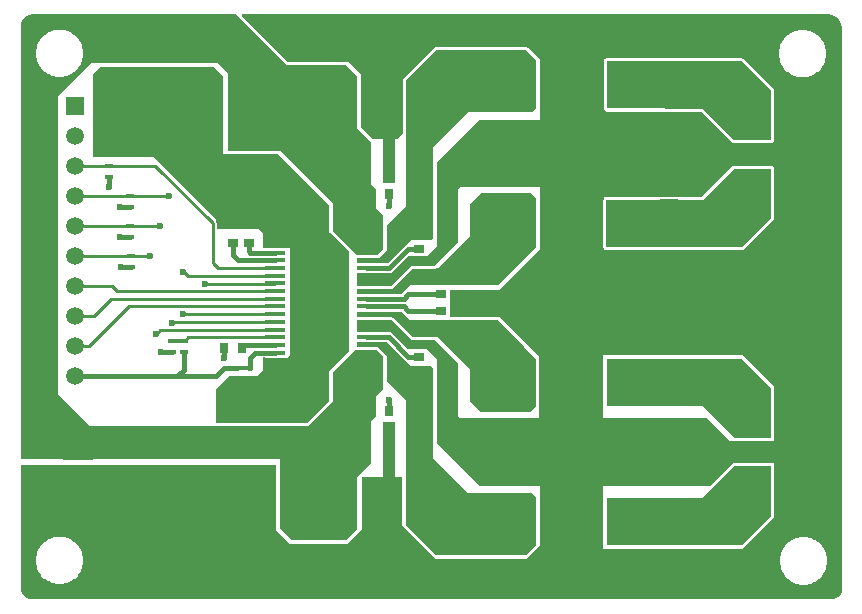
<source format=gtl>
G04*
G04 #@! TF.GenerationSoftware,Altium Limited,Altium Designer,24.10.1 (45)*
G04*
G04 Layer_Physical_Order=1*
G04 Layer_Color=255*
%FSLAX44Y44*%
%MOMM*%
G71*
G04*
G04 #@! TF.SameCoordinates,D9CC4E6A-2C68-4F5F-81DB-F534FF38BD19*
G04*
G04*
G04 #@! TF.FilePolarity,Positive*
G04*
G01*
G75*
%ADD14C,0.2540*%
%ADD15R,6.5000X2.3000*%
%ADD16R,0.7620X0.8890*%
%ADD17R,1.0160X1.5240*%
%ADD18R,3.5000X4.0000*%
%ADD19R,0.6350X0.4572*%
%ADD20R,0.8890X0.7620*%
%ADD21R,4.1100X4.3600*%
%ADD22R,1.6750X0.4500*%
%ADD23R,1.5240X1.0160*%
%ADD38C,0.6000*%
%ADD39C,0.3810*%
%ADD40C,0.4318*%
%ADD41R,1.7272X0.4445*%
%ADD42R,1.6510X0.4572*%
%ADD43R,1.6750X0.4500*%
%ADD44C,1.5000*%
%ADD45R,1.5000X1.5000*%
%ADD46R,2.5000X2.5000*%
%ADD47C,2.5000*%
G36*
X188161Y494085D02*
X226822Y455424D01*
X227581Y454666D01*
X277876D01*
X287206Y445335D01*
Y401139D01*
X298958Y389388D01*
Y353652D01*
X302827Y349783D01*
Y333726D01*
X302804D01*
X308980Y327550D01*
Y298574D01*
X304505Y294100D01*
X287490D01*
X287240Y294050D01*
X286985Y294050D01*
X286792Y294012D01*
X266446Y314358D01*
Y333726D01*
Y337572D01*
X222206Y381811D01*
X177756D01*
Y447592D01*
X168993Y456355D01*
X61893D01*
X33632Y428094D01*
Y175718D01*
X60735Y148844D01*
X245872D01*
X266446Y169418D01*
Y173264D01*
Y194910D01*
X285046Y213510D01*
X303885D01*
X308980Y208415D01*
Y179440D01*
X302804Y173264D01*
X302827D01*
Y157207D01*
X298958Y153338D01*
Y117602D01*
X287206Y105850D01*
Y61654D01*
X277876Y52324D01*
X232410D01*
X222206Y62528D01*
Y120850D01*
X38808D01*
Y120904D01*
X2286D01*
Y486918D01*
Y487969D01*
X2696Y490030D01*
X3500Y491971D01*
X4668Y493718D01*
X6154Y495204D01*
X7901Y496372D01*
X9842Y497176D01*
X11903Y497586D01*
X184660D01*
X188161Y494085D01*
D02*
G37*
G36*
X438882Y458638D02*
Y418344D01*
X435102Y414564D01*
X381000D01*
X351282Y384846D01*
Y308395D01*
X349823Y306936D01*
X332927Y306936D01*
X320040Y294049D01*
X313001Y287010D01*
X287235Y287010D01*
Y291450D01*
X287254Y291463D01*
X287490Y291510D01*
X306242D01*
X312674Y297942D01*
Y319568D01*
X328720Y335614D01*
Y441532D01*
X354330Y467142D01*
X430378D01*
X438882Y458638D01*
D02*
G37*
G36*
Y341152D02*
Y300802D01*
X428910Y290830D01*
X406205Y268125D01*
X332101D01*
X324986Y261010D01*
X287235D01*
Y264920D01*
X316174D01*
X317166Y265117D01*
X318006Y265679D01*
X334323Y281996D01*
X352484D01*
X353475Y282193D01*
X354315Y282754D01*
X354321Y282760D01*
X355391D01*
X382778Y310147D01*
Y336804D01*
X391958Y345984D01*
X434050D01*
X438882Y341152D01*
D02*
G37*
G36*
X173990Y445516D02*
Y378968D01*
X220472D01*
X263856Y335584D01*
Y333726D01*
Y314358D01*
Y313366D01*
X264452Y312770D01*
X264615Y312526D01*
X280162Y296979D01*
Y212288D01*
X264615Y196741D01*
X263856Y195983D01*
Y194910D01*
Y173264D01*
Y170491D01*
X244799Y151434D01*
X167765D01*
X167765Y180466D01*
X178562Y191262D01*
X202692Y191262D01*
X207697Y196267D01*
Y207232D01*
X209253D01*
X209475Y207010D01*
X227781D01*
X230124Y209353D01*
Y299788D01*
X207697D01*
Y311654D01*
X203887Y315464D01*
X169350Y315464D01*
X168208Y316606D01*
Y320548D01*
X167971Y321737D01*
X167971Y321737D01*
Y324479D01*
X115634Y376816D01*
X63500D01*
Y446682D01*
X70208Y453390D01*
X166116D01*
X173990Y445516D01*
D02*
G37*
G36*
X332181Y238815D02*
X406285D01*
X428910Y216190D01*
X438882Y206218D01*
Y165868D01*
X434050Y161036D01*
X391958D01*
X382778Y170216D01*
Y196873D01*
X355391Y224260D01*
X334698D01*
X334463Y224307D01*
X334263Y224440D01*
X317952Y240751D01*
X317193Y241510D01*
X287235D01*
Y245420D01*
X303985D01*
X304976Y245617D01*
X305564Y246010D01*
X324986D01*
X332181Y238815D01*
D02*
G37*
G36*
X689202Y497179D02*
X691407Y496265D01*
X693391Y494939D01*
X695079Y493252D01*
X696405Y491268D01*
X697318Y489063D01*
X697784Y486722D01*
Y485529D01*
Y11627D01*
X697783Y11626D01*
X697783Y10706D01*
X697424Y8902D01*
X696720Y7202D01*
X695698Y5672D01*
X694397Y4371D01*
X692867Y3349D01*
X691167Y2645D01*
X689363Y2286D01*
X12132D01*
X10022Y2706D01*
X8034Y3529D01*
X6246Y4724D01*
X4724Y6246D01*
X3529Y8034D01*
X2706Y10022D01*
X2286Y12132D01*
Y13208D01*
Y116332D01*
X218694D01*
Y60960D01*
X230378Y49276D01*
X279146Y49276D01*
X291592Y61722D01*
Y105850D01*
X309118D01*
Y152146D01*
X319278D01*
Y117602D01*
Y105850D01*
X325120D01*
Y65742D01*
X324866Y65488D01*
X353822Y36532D01*
Y36322D01*
X430530D01*
X441706Y47498D01*
Y98552D01*
X390688D01*
X354732Y134508D01*
Y205899D01*
X346352Y214279D01*
X330334D01*
X316103Y228510D01*
X287235D01*
Y238920D01*
X316121D01*
X332612Y222429D01*
X333452Y221867D01*
X334443Y221670D01*
X353249D01*
X372364Y202555D01*
Y157770D01*
X374686Y155448D01*
X440944D01*
Y164382D01*
X441275Y164877D01*
X441472Y165868D01*
Y206218D01*
X441275Y207209D01*
X440944Y207704D01*
Y208280D01*
X407780Y241444D01*
X365760D01*
Y264414D01*
X407670D01*
X442468Y299212D01*
Y351572D01*
X374686D01*
X372364Y349250D01*
Y304465D01*
X352484Y284585D01*
X333250D01*
X316174Y267510D01*
X287235D01*
Y278510D01*
X316103D01*
X330334Y292741D01*
X346352D01*
X354732Y301121D01*
Y372512D01*
X390688Y408468D01*
X442468D01*
Y459232D01*
X432562Y469138D01*
X431963D01*
X431369Y469535D01*
X430378Y469732D01*
X354330D01*
X353339Y469535D01*
X352499Y468973D01*
X326889Y443363D01*
X326327Y442523D01*
X326130Y441532D01*
Y396742D01*
X321564Y392176D01*
X319280D01*
Y389183D01*
Y354639D01*
X309120D01*
Y392176D01*
X300783D01*
X290595Y402364D01*
Y446512D01*
X280162Y456946D01*
X279035D01*
X278867Y457058D01*
X277876Y457255D01*
X228653D01*
X189992Y495917D01*
Y497644D01*
X686861D01*
X689202Y497179D01*
D02*
G37*
G36*
X332713Y200108D02*
X349294D01*
X351282Y198120D01*
Y122174D01*
X381000Y92456D01*
X435102D01*
X438882Y88676D01*
Y48382D01*
X430378Y39878D01*
X354330D01*
X328720Y65488D01*
Y171406D01*
X312674Y187452D01*
Y208355D01*
X310868Y210161D01*
X310811Y210246D01*
X305716Y215341D01*
X305631Y215398D01*
X305519Y215510D01*
X305464D01*
X304876Y215903D01*
X303885Y216100D01*
X287235D01*
Y220010D01*
X312811D01*
X332713Y200108D01*
D02*
G37*
%LPC*%
G36*
X37079Y484734D02*
X33632D01*
X33382Y484685D01*
X33126D01*
X29746Y484012D01*
X29510Y483914D01*
X29260Y483865D01*
X26075Y482546D01*
X25863Y482404D01*
X25627Y482306D01*
X22761Y480391D01*
X22581Y480211D01*
X22369Y480069D01*
X19931Y477631D01*
X19789Y477419D01*
X19609Y477239D01*
X17694Y474373D01*
X17596Y474137D01*
X17454Y473925D01*
X16135Y470740D01*
X16085Y470490D01*
X15988Y470254D01*
X15315Y466874D01*
Y466618D01*
X15266Y466368D01*
Y464645D01*
Y462921D01*
X15315Y462671D01*
Y462416D01*
X15988Y459035D01*
X16085Y458799D01*
X16135Y458549D01*
X17454Y455364D01*
X17596Y455152D01*
X17694Y454916D01*
X19609Y452050D01*
X19789Y451870D01*
X19931Y451658D01*
X22369Y449220D01*
X22581Y449079D01*
X22761Y448898D01*
X25627Y446983D01*
X25863Y446885D01*
X26075Y446744D01*
X29260Y445424D01*
X29510Y445375D01*
X29746Y445277D01*
X33126Y444605D01*
X33382D01*
X33632Y444555D01*
X37079D01*
X37329Y444605D01*
X37584D01*
X40965Y445277D01*
X41201Y445375D01*
X41451Y445424D01*
X44636Y446744D01*
X44848Y446885D01*
X45083Y446983D01*
X47950Y448898D01*
X48130Y449079D01*
X48342Y449220D01*
X50780Y451658D01*
X50921Y451870D01*
X51102Y452050D01*
X53017Y454916D01*
X53115Y455152D01*
X53256Y455364D01*
X54576Y458549D01*
X54625Y458799D01*
X54723Y459035D01*
X55395Y462416D01*
Y462671D01*
X55445Y462921D01*
Y464645D01*
Y466368D01*
X55395Y466618D01*
Y466874D01*
X54723Y470254D01*
X54625Y470490D01*
X54576Y470740D01*
X53256Y473925D01*
X53115Y474137D01*
X53017Y474373D01*
X51102Y477239D01*
X50921Y477419D01*
X50780Y477631D01*
X48342Y480069D01*
X48130Y480211D01*
X47950Y480391D01*
X45083Y482306D01*
X44848Y482404D01*
X44636Y482546D01*
X41451Y483865D01*
X41201Y483914D01*
X40965Y484012D01*
X37584Y484685D01*
X37329D01*
X37079Y484734D01*
D02*
G37*
G36*
X666094Y484436D02*
X662647D01*
X662397Y484387D01*
X662142D01*
X658761Y483714D01*
X658525Y483617D01*
X658275Y483567D01*
X655090Y482248D01*
X654878Y482106D01*
X654642Y482008D01*
X651776Y480093D01*
X651596Y479913D01*
X651384Y479771D01*
X648946Y477334D01*
X648804Y477122D01*
X648624Y476941D01*
X646709Y474075D01*
X646611Y473839D01*
X646469Y473627D01*
X645150Y470442D01*
X645101Y470192D01*
X645003Y469957D01*
X644331Y466576D01*
Y466320D01*
X644281Y466070D01*
Y464347D01*
Y462623D01*
X644331Y462373D01*
Y462118D01*
X645003Y458737D01*
X645101Y458501D01*
X645150Y458251D01*
X646469Y455066D01*
X646611Y454854D01*
X646709Y454619D01*
X648624Y451752D01*
X648804Y451572D01*
X648946Y451360D01*
X651384Y448922D01*
X651596Y448781D01*
X651776Y448600D01*
X654642Y446685D01*
X654878Y446587D01*
X655090Y446446D01*
X658275Y445127D01*
X658525Y445077D01*
X658761Y444979D01*
X662142Y444307D01*
X662397D01*
X662647Y444257D01*
X666094D01*
X666344Y444307D01*
X666599D01*
X669980Y444979D01*
X670216Y445077D01*
X670466Y445127D01*
X673651Y446446D01*
X673863Y446587D01*
X674099Y446685D01*
X676965Y448600D01*
X677145Y448781D01*
X677357Y448922D01*
X679795Y451360D01*
X679937Y451572D01*
X680117Y451752D01*
X682032Y454619D01*
X682130Y454854D01*
X682271Y455066D01*
X683591Y458251D01*
X683640Y458501D01*
X683738Y458737D01*
X684410Y462118D01*
Y462373D01*
X684460Y462623D01*
Y464347D01*
Y466070D01*
X684410Y466320D01*
Y466576D01*
X683738Y469957D01*
X683640Y470192D01*
X683591Y470442D01*
X682271Y473627D01*
X682130Y473839D01*
X682032Y474075D01*
X680117Y476941D01*
X679937Y477122D01*
X679795Y477334D01*
X677357Y479771D01*
X677145Y479913D01*
X676965Y480093D01*
X674099Y482008D01*
X673863Y482106D01*
X673651Y482248D01*
X670466Y483567D01*
X670216Y483617D01*
X669980Y483714D01*
X666599Y484387D01*
X666344D01*
X666094Y484436D01*
D02*
G37*
G36*
X612444Y460812D02*
X499136D01*
X498145Y460615D01*
X497305Y460053D01*
X497269Y460000D01*
X496594D01*
Y458462D01*
X496546Y458222D01*
Y417896D01*
X496594Y417655D01*
Y416444D01*
X497051D01*
X497305Y416065D01*
X498145Y415503D01*
X499136Y415306D01*
X548054D01*
X548386Y415240D01*
X579063D01*
X604721Y389583D01*
X605561Y389021D01*
X606552Y388824D01*
X637540D01*
X638531Y389021D01*
X639371Y389583D01*
X639933Y390423D01*
X640130Y391414D01*
Y433126D01*
X639933Y434118D01*
X639371Y434958D01*
X614276Y460053D01*
X613436Y460615D01*
X612444Y460812D01*
D02*
G37*
G36*
X637540Y369620D02*
X606552D01*
X605561Y369423D01*
X604721Y368861D01*
X579063Y343204D01*
X548386D01*
X548054Y343138D01*
X498372D01*
X497381Y342941D01*
X496841Y342580D01*
X496594D01*
Y342415D01*
X496541Y342379D01*
X495979Y341539D01*
X495782Y340548D01*
Y300548D01*
X495979Y299557D01*
X496541Y298717D01*
X497381Y298155D01*
X498372Y297958D01*
X612771D01*
X613761Y298155D01*
X614602Y298717D01*
X639371Y323486D01*
X639933Y324327D01*
X640130Y325317D01*
Y367030D01*
X639933Y368021D01*
X639371Y368861D01*
X638531Y369423D01*
X637540Y369620D01*
D02*
G37*
G36*
X613664Y209042D02*
X495554D01*
X495554Y155448D01*
X582676D01*
X583438Y156210D01*
X602996Y136652D01*
X606302D01*
X606552Y136602D01*
X637540D01*
X637790Y136652D01*
X640080D01*
Y138942D01*
X640130Y139192D01*
Y180905D01*
X640080Y181155D01*
Y182626D01*
X613664Y209042D01*
D02*
G37*
G36*
X640080Y117602D02*
X605790D01*
X605042Y116854D01*
X604721Y116639D01*
X586633Y98552D01*
X495554D01*
X495554Y44704D01*
X612862D01*
X640080Y71922D01*
Y72845D01*
X640130Y73095D01*
Y114808D01*
X640080Y115058D01*
Y117602D01*
D02*
G37*
G36*
X37080Y55446D02*
X33632D01*
X33382Y55396D01*
X33127D01*
X29746Y54723D01*
X29510Y54626D01*
X29260Y54576D01*
X26075Y53257D01*
X25863Y53115D01*
X25628Y53017D01*
X22761Y51102D01*
X22581Y50922D01*
X22369Y50780D01*
X19931Y48343D01*
X19790Y48131D01*
X19609Y47950D01*
X17694Y45084D01*
X17597Y44848D01*
X17455Y44636D01*
X16136Y41452D01*
X16086Y41201D01*
X15988Y40966D01*
X15316Y37585D01*
Y37330D01*
X15266Y37080D01*
Y35356D01*
Y33632D01*
X15316Y33382D01*
Y33127D01*
X15988Y29746D01*
X16086Y29510D01*
X16136Y29260D01*
X17455Y26075D01*
X17597Y25863D01*
X17694Y25628D01*
X19609Y22761D01*
X19790Y22581D01*
X19931Y22369D01*
X22369Y19931D01*
X22581Y19790D01*
X22761Y19609D01*
X25628Y17694D01*
X25863Y17597D01*
X26075Y17455D01*
X29260Y16136D01*
X29510Y16086D01*
X29746Y15988D01*
X33127Y15316D01*
X33382D01*
X33632Y15266D01*
X37080D01*
X37330Y15316D01*
X37585D01*
X40966Y15988D01*
X41201Y16086D01*
X41452Y16136D01*
X44636Y17455D01*
X44848Y17597D01*
X45084Y17694D01*
X47950Y19609D01*
X48131Y19790D01*
X48343Y19931D01*
X50780Y22369D01*
X50922Y22581D01*
X51102Y22761D01*
X53017Y25628D01*
X53115Y25863D01*
X53257Y26075D01*
X54576Y29260D01*
X54626Y29510D01*
X54723Y29746D01*
X55396Y33127D01*
Y33382D01*
X55446Y33632D01*
Y35356D01*
Y37080D01*
X55396Y37330D01*
Y37585D01*
X54723Y40966D01*
X54626Y41201D01*
X54576Y41452D01*
X53257Y44636D01*
X53115Y44848D01*
X53017Y45084D01*
X51102Y47950D01*
X50922Y48131D01*
X50780Y48343D01*
X48343Y50780D01*
X48131Y50922D01*
X47950Y51102D01*
X45084Y53017D01*
X44848Y53115D01*
X44636Y53257D01*
X41452Y54576D01*
X41201Y54626D01*
X40966Y54723D01*
X37585Y55396D01*
X37330D01*
X37080Y55446D01*
D02*
G37*
G36*
X666838Y54999D02*
X663391D01*
X663141Y54949D01*
X662886D01*
X659505Y54277D01*
X659269Y54179D01*
X659019Y54130D01*
X655834Y52810D01*
X655622Y52669D01*
X655386Y52571D01*
X652520Y50656D01*
X652340Y50476D01*
X652128Y50334D01*
X649690Y47896D01*
X649548Y47684D01*
X649368Y47504D01*
X647453Y44638D01*
X647355Y44402D01*
X647214Y44190D01*
X645894Y41005D01*
X645845Y40755D01*
X645747Y40519D01*
X645075Y37138D01*
Y36883D01*
X645025Y36633D01*
Y34910D01*
Y33186D01*
X645075Y32936D01*
Y32681D01*
X645747Y29300D01*
X645845Y29064D01*
X645894Y28814D01*
X647214Y25629D01*
X647355Y25417D01*
X647453Y25181D01*
X649368Y22315D01*
X649548Y22135D01*
X649690Y21923D01*
X652128Y19485D01*
X652340Y19343D01*
X652520Y19163D01*
X655386Y17248D01*
X655622Y17150D01*
X655834Y17009D01*
X659019Y15689D01*
X659269Y15640D01*
X659505Y15542D01*
X662886Y14870D01*
X663141D01*
X663391Y14820D01*
X666838D01*
X667088Y14870D01*
X667343D01*
X670724Y15542D01*
X670960Y15640D01*
X671210Y15689D01*
X674395Y17009D01*
X674607Y17150D01*
X674843Y17248D01*
X677709Y19163D01*
X677889Y19343D01*
X678101Y19485D01*
X680539Y21923D01*
X680681Y22135D01*
X680861Y22315D01*
X682776Y25181D01*
X682874Y25417D01*
X683015Y25629D01*
X684335Y28814D01*
X684384Y29064D01*
X684482Y29300D01*
X685154Y32681D01*
Y32936D01*
X685204Y33186D01*
Y34910D01*
Y36633D01*
X685154Y36883D01*
Y37138D01*
X684482Y40519D01*
X684384Y40755D01*
X684335Y41005D01*
X683015Y44190D01*
X682874Y44402D01*
X682776Y44638D01*
X680861Y47504D01*
X680681Y47684D01*
X680539Y47896D01*
X678101Y50334D01*
X677889Y50476D01*
X677709Y50656D01*
X674843Y52571D01*
X674607Y52669D01*
X674395Y52810D01*
X671210Y54130D01*
X670960Y54179D01*
X670724Y54277D01*
X667343Y54949D01*
X667088D01*
X666838Y54999D01*
D02*
G37*
%LPD*%
G36*
X637540Y433126D02*
Y391414D01*
X606552D01*
X580136Y417830D01*
X548386D01*
X548320Y417896D01*
X499136D01*
Y458222D01*
X612444D01*
X637540Y433126D01*
D02*
G37*
G36*
Y325317D02*
X612771Y300548D01*
X498372D01*
Y340548D01*
X548320D01*
X548386Y340614D01*
X580136D01*
X606552Y367030D01*
X637540D01*
Y325317D01*
D02*
G37*
G36*
Y180905D02*
Y139192D01*
X606552D01*
X580136Y165608D01*
X548386D01*
X548320Y165674D01*
X499136D01*
Y205674D01*
X612771D01*
X637540Y180905D01*
D02*
G37*
G36*
Y73095D02*
X612771Y48326D01*
X499136D01*
Y88326D01*
X548320D01*
X548386Y88392D01*
X580136D01*
X606552Y114808D01*
X637540D01*
Y73095D01*
D02*
G37*
D14*
X76970Y369189D02*
X116459D01*
X165100Y287010D02*
Y320548D01*
X116459Y369189D02*
X165100Y320548D01*
X48514Y242316D02*
X64770D01*
X79214Y256760D02*
X217850D01*
X64770Y242316D02*
X79214Y256760D01*
X83958Y263260D02*
X217850D01*
X48514Y267716D02*
X79502D01*
X83958Y263260D01*
X76806Y369353D02*
X76970Y369189D01*
X48532Y369334D02*
X76788D01*
X76806Y369353D01*
X48514Y369316D02*
X48532Y369334D01*
X48577Y343853D02*
X95187D01*
X95250Y343789D01*
X48514Y343916D02*
X48577Y343853D01*
X95263Y343776D02*
X128257D01*
X95250Y343789D02*
X95263Y343776D01*
X128257D02*
X128270Y343762D01*
X48577Y318452D02*
X95187D01*
X95250Y318389D01*
X48514Y318516D02*
X48577Y318452D01*
X95314D02*
X120587D01*
X95250Y318389D02*
X95314Y318452D01*
X120587D02*
X120650Y318516D01*
X48577Y293053D02*
X95695D01*
X95758Y292989D01*
X48514Y293116D02*
X48577Y293053D01*
X95822Y292925D02*
X111697D01*
X95758Y292989D02*
X95822Y292925D01*
X111697D02*
X111760Y292862D01*
X60467Y216916D02*
X93811Y250260D01*
X48514Y216916D02*
X60467D01*
X93811Y250260D02*
X217850D01*
X117776Y227330D02*
X120761Y230315D01*
X217405D01*
X116840Y227330D02*
X117776D01*
X130302Y236363D02*
X130751Y236812D01*
X217402D01*
X217850Y237260D01*
X139740Y243800D02*
X217810D01*
X139700Y243840D02*
X139740Y243800D01*
X217810D02*
X217850Y243760D01*
X143776Y276260D02*
X217850D01*
X139700Y279400D02*
X140636D01*
X143776Y276260D01*
X158750Y269308D02*
X158976Y269534D01*
X217624D02*
X217850Y269760D01*
X158976Y269534D02*
X217624D01*
X165100Y287010D02*
X169350Y282760D01*
X217850D01*
X141351Y221361D02*
X144250Y224260D01*
X217850D01*
X140462Y221361D02*
X141351D01*
X217405Y230315D02*
X217850Y230760D01*
D15*
X108260Y427990D02*
D03*
X210256D02*
D03*
X254706Y81534D02*
D03*
X152710D02*
D03*
D16*
X314257Y161652D02*
D03*
X299017D02*
D03*
X189611Y215510D02*
D03*
X174371D02*
D03*
X299017Y345338D02*
D03*
X314257D02*
D03*
D17*
X293880Y362259D02*
D03*
X314200D02*
D03*
X293878Y125222D02*
D03*
X314198D02*
D03*
Y144526D02*
D03*
X293878D02*
D03*
X293880Y382325D02*
D03*
X314200D02*
D03*
D18*
X515872Y320802D02*
D03*
X420872D02*
D03*
X515872Y438222D02*
D03*
X420872D02*
D03*
X515872Y185674D02*
D03*
X420872D02*
D03*
X515872Y68382D02*
D03*
X420872D02*
D03*
D19*
X76806Y369353D02*
D03*
Y359955D02*
D03*
X95250Y343789D02*
D03*
Y334391D02*
D03*
Y318389D02*
D03*
Y308991D02*
D03*
X95758Y292989D02*
D03*
Y283591D02*
D03*
X140462Y221361D02*
D03*
Y211963D02*
D03*
X130302D02*
D03*
Y221361D02*
D03*
X185166Y188976D02*
D03*
Y198374D02*
D03*
X196088Y188849D02*
D03*
Y198247D02*
D03*
D20*
X339598Y192488D02*
D03*
Y207728D02*
D03*
X182140Y304038D02*
D03*
Y319278D02*
D03*
X195348Y304034D02*
D03*
Y319274D02*
D03*
X358394Y275745D02*
D03*
Y260505D02*
D03*
X339598Y314556D02*
D03*
Y299316D02*
D03*
X358394Y231195D02*
D03*
Y246435D02*
D03*
D21*
X256730Y253510D02*
D03*
D22*
X295610Y302260D02*
D03*
Y295760D02*
D03*
Y289260D02*
D03*
Y282760D02*
D03*
Y276260D02*
D03*
Y269760D02*
D03*
Y263260D02*
D03*
Y256760D02*
D03*
Y250260D02*
D03*
Y243760D02*
D03*
Y237260D02*
D03*
Y230760D02*
D03*
Y224260D02*
D03*
Y217760D02*
D03*
Y211260D02*
D03*
Y204760D02*
D03*
X217850D02*
D03*
Y211260D02*
D03*
Y217760D02*
D03*
Y224260D02*
D03*
Y230760D02*
D03*
Y237260D02*
D03*
Y243760D02*
D03*
Y250260D02*
D03*
Y256760D02*
D03*
Y263260D02*
D03*
Y269760D02*
D03*
Y276260D02*
D03*
Y282760D02*
D03*
Y289260D02*
D03*
Y295760D02*
D03*
Y302260D02*
D03*
D23*
X551688Y356108D02*
D03*
Y335788D02*
D03*
Y103632D02*
D03*
Y83312D02*
D03*
Y150368D02*
D03*
Y170688D02*
D03*
Y403352D02*
D03*
Y423672D02*
D03*
D38*
X235936Y70034D02*
D03*
X255357D02*
D03*
X275268D02*
D03*
X274617Y93034D02*
D03*
X254706D02*
D03*
X235285D02*
D03*
X229657Y135382D02*
D03*
X207411D02*
D03*
X244799Y125222D02*
D03*
X185166Y135128D02*
D03*
X140675D02*
D03*
X162921D02*
D03*
X118430Y134874D02*
D03*
X73939D02*
D03*
X96184D02*
D03*
X195348Y328847D02*
D03*
X182140D02*
D03*
X185166Y180466D02*
D03*
X196168D02*
D03*
X234879Y328847D02*
D03*
X217080D02*
D03*
X251262Y184087D02*
D03*
X234233D02*
D03*
X234879Y344864D02*
D03*
X217080D02*
D03*
X181483D02*
D03*
X199282D02*
D03*
X250616Y169418D02*
D03*
X217850Y184087D02*
D03*
X217204Y169418D02*
D03*
X234233D02*
D03*
X611483Y10922D02*
D03*
X591257D02*
D03*
X571031D02*
D03*
X550805Y10922D02*
D03*
X530578D02*
D03*
X510352D02*
D03*
X490126D02*
D03*
X469900D02*
D03*
X450596D02*
D03*
X430370D02*
D03*
X410144D02*
D03*
X389917D02*
D03*
X369691D02*
D03*
X349465Y10922D02*
D03*
X329239D02*
D03*
X309013D02*
D03*
Y27940D02*
D03*
Y44450D02*
D03*
Y64676D02*
D03*
Y84902D02*
D03*
X288787Y10922D02*
D03*
X269483D02*
D03*
X249256D02*
D03*
X229030D02*
D03*
X208804D02*
D03*
X188578D02*
D03*
X168352Y10922D02*
D03*
X148126D02*
D03*
X127899D02*
D03*
X107673D02*
D03*
X87447Y10922D02*
D03*
X67221D02*
D03*
X692658Y71964D02*
D03*
Y92191D02*
D03*
Y112417D02*
D03*
Y132643D02*
D03*
Y152869D02*
D03*
Y173095D02*
D03*
Y193321D02*
D03*
Y213548D02*
D03*
Y233774D02*
D03*
Y254000D02*
D03*
Y274226D02*
D03*
X692658Y294452D02*
D03*
Y314678D02*
D03*
Y334905D02*
D03*
Y355131D02*
D03*
Y375357D02*
D03*
Y395583D02*
D03*
Y415809D02*
D03*
X610590Y490982D02*
D03*
X590364D02*
D03*
X570138D02*
D03*
X549912Y490982D02*
D03*
X529686D02*
D03*
X509459D02*
D03*
X489233D02*
D03*
X469007D02*
D03*
X449703D02*
D03*
X429477D02*
D03*
X409251D02*
D03*
X389025D02*
D03*
X368798D02*
D03*
X348572Y490982D02*
D03*
X328346D02*
D03*
X308120D02*
D03*
Y473456D02*
D03*
Y454754D02*
D03*
Y435798D02*
D03*
Y418111D02*
D03*
X225044Y443738D02*
D03*
X206756D02*
D03*
X188976D02*
D03*
X198882Y460756D02*
D03*
X136454Y443992D02*
D03*
X115570D02*
D03*
X94686D02*
D03*
X94559Y408432D02*
D03*
X115443D02*
D03*
X136327D02*
D03*
X536194Y148336D02*
D03*
Y104394D02*
D03*
X535432Y357632D02*
D03*
Y401574D02*
D03*
X314454Y406201D02*
D03*
Y395660D02*
D03*
X314315Y335649D02*
D03*
X173594Y70034D02*
D03*
Y93034D02*
D03*
X152710D02*
D03*
Y70034D02*
D03*
X131826D02*
D03*
Y93034D02*
D03*
X314198Y171341D02*
D03*
X314452Y111125D02*
D03*
Y100584D02*
D03*
X17454Y380492D02*
D03*
Y404876D02*
D03*
X184735Y478028D02*
D03*
X162814D02*
D03*
X140208D02*
D03*
X117348Y477419D02*
D03*
X94742D02*
D03*
X69088Y477019D02*
D03*
X17855Y433971D02*
D03*
X16002Y355346D02*
D03*
Y330454D02*
D03*
Y304844D02*
D03*
Y278892D02*
D03*
Y254508D02*
D03*
Y229108D02*
D03*
X16256Y201930D02*
D03*
X16764Y149872D02*
D03*
X27178Y166370D02*
D03*
Y149872D02*
D03*
Y133375D02*
D03*
X16764Y166370D02*
D03*
Y133375D02*
D03*
X76788Y351416D02*
D03*
X87219Y283609D02*
D03*
X86711Y309009D02*
D03*
Y334409D02*
D03*
X111760Y292862D02*
D03*
X120650Y318516D02*
D03*
X128270Y343762D02*
D03*
X116840Y227330D02*
D03*
X130302Y236363D02*
D03*
X139700Y243840D02*
D03*
Y279400D02*
D03*
X158750Y269308D02*
D03*
X241300Y297180D02*
D03*
X256730D02*
D03*
X241300Y209550D02*
D03*
X256730D02*
D03*
X241300Y222250D02*
D03*
X271780D02*
D03*
X256730D02*
D03*
X241300Y284480D02*
D03*
X271780D02*
D03*
X256730D02*
D03*
Y270564D02*
D03*
Y236812D02*
D03*
X271780Y254510D02*
D03*
X241300D02*
D03*
X414020Y254000D02*
D03*
X434246D02*
D03*
X454472D02*
D03*
X474698D02*
D03*
X494925D02*
D03*
X515151D02*
D03*
X535377D02*
D03*
X555603D02*
D03*
X575829D02*
D03*
X596056Y254000D02*
D03*
X616282D02*
D03*
X636508D02*
D03*
X656734D02*
D03*
X676960D02*
D03*
X651578Y127000D02*
D03*
X631352D02*
D03*
X611126D02*
D03*
X590900D02*
D03*
X570674D02*
D03*
X650308Y379222D02*
D03*
X630082D02*
D03*
X609856D02*
D03*
X589630D02*
D03*
X569404D02*
D03*
X470277Y101600D02*
D03*
Y83185D02*
D03*
X470277Y64770D02*
D03*
Y46355D02*
D03*
X469900Y27940D02*
D03*
X470277Y222250D02*
D03*
Y203835D02*
D03*
X470277Y185420D02*
D03*
Y167005D02*
D03*
X469900Y148590D02*
D03*
X469384Y355042D02*
D03*
Y336627D02*
D03*
X469384Y318212D02*
D03*
Y299797D02*
D03*
X469007Y281382D02*
D03*
X468630Y401320D02*
D03*
X469007Y419735D02*
D03*
Y438150D02*
D03*
X469007Y456565D02*
D03*
Y474980D02*
D03*
X174580Y206618D02*
D03*
X121111Y211756D02*
D03*
X363728Y195512D02*
D03*
Y180162D02*
D03*
Y165626D02*
D03*
Y151420D02*
D03*
Y136218D02*
D03*
X550447Y127000D02*
D03*
X530221D02*
D03*
X509995D02*
D03*
X489769D02*
D03*
X469543D02*
D03*
X449316D02*
D03*
X429090D02*
D03*
X408864D02*
D03*
X388638D02*
D03*
X387368Y380020D02*
D03*
X407594D02*
D03*
X427820D02*
D03*
X448046D02*
D03*
X468273D02*
D03*
X488499D02*
D03*
X508725D02*
D03*
X528951D02*
D03*
X549177D02*
D03*
X363728Y370802D02*
D03*
Y355600D02*
D03*
Y341394D02*
D03*
Y326858D02*
D03*
Y311508D02*
D03*
X358394Y209296D02*
D03*
X312674Y234010D02*
D03*
Y273010D02*
D03*
X358394Y297724D02*
D03*
X271780Y270564D02*
D03*
X256730Y254510D02*
D03*
X241300Y270564D02*
D03*
X271780Y236812D02*
D03*
X241300D02*
D03*
D39*
X295610Y256760D02*
X326922D01*
X330667Y260505D01*
X358394D01*
X326882Y250260D02*
X330707Y246435D01*
X358394D01*
X295610Y250260D02*
X326882D01*
X314286Y335678D02*
Y345309D01*
X314257Y345338D02*
X314286Y345309D01*
Y335678D02*
X314315Y335649D01*
X314198Y171341D02*
X314227Y171312D01*
Y161681D02*
X314257Y161652D01*
X314227Y161681D02*
Y171312D01*
X76797Y351425D02*
Y359945D01*
X87229Y283600D02*
X95749D01*
X86721Y309000D02*
X95241D01*
X86721Y334400D02*
X95241D01*
X48514Y191516D02*
X135128D01*
X167765D01*
X135128D02*
X140462Y196850D01*
X189611Y215855D02*
X191516Y217760D01*
X217850D01*
X189611Y215510D02*
Y215855D01*
X140462Y196850D02*
Y211963D01*
X174373Y206825D02*
Y215809D01*
X167765Y191516D02*
X174623Y198374D01*
X185166D01*
X195348Y297180D02*
Y304034D01*
X196768Y295760D02*
X217850D01*
X195348Y297180D02*
X196768Y295760D01*
X182140Y293510D02*
Y304038D01*
Y293510D02*
X186390Y289260D01*
X217850D01*
X121318Y211963D02*
X130302D01*
X295610Y224260D02*
X314111D01*
X330667Y207704D01*
X339598D01*
X330667Y299316D02*
X339598D01*
X314111Y282760D02*
X330667Y299316D01*
X295610Y282760D02*
X314111D01*
D40*
X200545Y211260D02*
X217850D01*
X196295Y207010D02*
X200545Y211260D01*
X196168Y198247D02*
X196295Y198374D01*
X196088Y198247D02*
X196168D01*
X196295Y198374D02*
Y207010D01*
D41*
X190627Y198311D02*
D03*
D42*
X135382Y221361D02*
D03*
D43*
X295610Y250260D02*
D03*
D44*
X48514Y242316D02*
D03*
Y267716D02*
D03*
Y394716D02*
D03*
Y369316D02*
D03*
Y343916D02*
D03*
Y318516D02*
D03*
Y293116D02*
D03*
Y191516D02*
D03*
Y216916D02*
D03*
D45*
Y420116D02*
D03*
D46*
X51308Y133350D02*
D03*
X623062Y101600D02*
D03*
Y353822D02*
D03*
D47*
X51308Y82550D02*
D03*
X623062Y152400D02*
D03*
Y404622D02*
D03*
M02*

</source>
